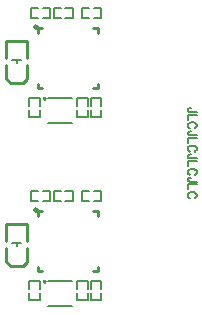
<source format=gto>
G04 Layer: TopSilkLayer*
G04 EasyEDA v6.3.53, 2020-06-11T09:01:32+08:00*
G04 0ec445aeefb94f869c071092b8584159,2a3559ba94084103b258dd4c46581d95,10*
G04 Gerber Generator version 0.2*
G04 Scale: 100 percent, Rotated: No, Reflected: No *
G04 Dimensions in inches *
G04 leading zeros omitted , absolute positions ,2 integer and 4 decimal *
%FSLAX24Y24*%
%MOIN*%
G90*
G70D02*

%ADD10C,0.010000*%
%ADD11C,0.006000*%
%ADD25C,0.007900*%
%ADD26C,0.007992*%
%ADD27C,0.005000*%

%LPD*%
G54D10*
G01X4588Y9800D02*
G01X4588Y9650D01*
G01X4588Y7949D02*
G01X4588Y7800D01*
G01X4438Y7800D01*
G01X2738Y7800D02*
G01X2588Y7800D01*
G01X2588Y7949D01*
G01X2588Y9650D02*
G01X2588Y9800D01*
G01X2588Y9800D02*
G01X2738Y9800D01*
G01X4438Y9800D02*
G01X4588Y9800D01*
G54D25*
G01X2925Y6636D02*
G01X3751Y6636D01*
G01X2925Y7463D02*
G01X3751Y7463D01*
G54D11*
G01X4258Y7223D02*
G01X4258Y7473D01*
G01X3918Y7473D01*
G01X3918Y7263D01*
G01X3918Y7223D01*
G01X3918Y7073D02*
G01X3918Y6832D01*
G01X4258Y6832D01*
G01X4258Y7042D01*
G01X4258Y7073D01*
G01X2658Y7223D02*
G01X2658Y7473D01*
G01X2318Y7473D01*
G01X2318Y7263D01*
G01X2318Y7223D01*
G01X2318Y7073D02*
G01X2318Y6832D01*
G01X2658Y6832D01*
G01X2658Y7042D01*
G01X2658Y7073D01*
G01X3511Y10130D02*
G01X3761Y10130D01*
G01X3761Y10469D01*
G01X3551Y10469D01*
G01X3511Y10469D01*
G01X3361Y10469D02*
G01X3121Y10469D01*
G01X3121Y10130D01*
G01X3331Y10130D01*
G01X3361Y10130D01*
G01X2761Y10130D02*
G01X3011Y10130D01*
G01X3011Y10469D01*
G01X2801Y10469D01*
G01X2761Y10469D01*
G01X2611Y10469D02*
G01X2371Y10469D01*
G01X2371Y10130D01*
G01X2581Y10130D01*
G01X2611Y10130D01*
G01X4708Y7223D02*
G01X4708Y7473D01*
G01X4368Y7473D01*
G01X4368Y7263D01*
G01X4368Y7223D01*
G01X4368Y7073D02*
G01X4368Y6832D01*
G01X4708Y6832D01*
G01X4708Y7042D01*
G01X4708Y7073D01*
G01X4315Y10469D02*
G01X4065Y10469D01*
G01X4065Y10130D01*
G01X4275Y10130D01*
G01X4315Y10130D01*
G01X4465Y10130D02*
G01X4705Y10130D01*
G01X4705Y10469D01*
G01X4495Y10469D01*
G01X4465Y10469D01*
G54D10*
G01X1548Y9394D02*
G01X1548Y8815D01*
G01X2228Y9394D02*
G01X2228Y8815D01*
G01X2228Y9394D02*
G01X1548Y9394D01*
G01X1548Y8584D02*
G01X1548Y8125D01*
G01X2228Y8575D02*
G01X2228Y8125D01*
G01X2228Y8125D02*
G01X2088Y7984D01*
G01X1688Y7984D01*
G01X1548Y8125D01*
G54D26*
G01X2048Y8730D02*
G01X1738Y8730D01*
G01X1891Y8730D02*
G01X1891Y8660D01*
G54D10*
G01X1548Y3294D02*
G01X1548Y2715D01*
G01X2228Y3294D02*
G01X2228Y2715D01*
G01X2228Y3294D02*
G01X1548Y3294D01*
G01X1548Y2484D02*
G01X1548Y2025D01*
G01X2228Y2475D02*
G01X2228Y2025D01*
G01X2228Y2025D02*
G01X2088Y1884D01*
G01X1688Y1884D01*
G01X1548Y2025D01*
G54D26*
G01X2048Y2630D02*
G01X1738Y2630D01*
G01X1891Y2630D02*
G01X1891Y2560D01*
G54D11*
G01X4315Y4369D02*
G01X4065Y4369D01*
G01X4065Y4030D01*
G01X4275Y4030D01*
G01X4315Y4030D01*
G01X4465Y4030D02*
G01X4705Y4030D01*
G01X4705Y4369D01*
G01X4495Y4369D01*
G01X4465Y4369D01*
G01X4708Y1123D02*
G01X4708Y1373D01*
G01X4368Y1373D01*
G01X4368Y1163D01*
G01X4368Y1123D01*
G01X4368Y973D02*
G01X4368Y732D01*
G01X4708Y732D01*
G01X4708Y942D01*
G01X4708Y973D01*
G01X2761Y4030D02*
G01X3011Y4030D01*
G01X3011Y4369D01*
G01X2801Y4369D01*
G01X2761Y4369D01*
G01X2611Y4369D02*
G01X2371Y4369D01*
G01X2371Y4030D01*
G01X2581Y4030D01*
G01X2611Y4030D01*
G01X3511Y4030D02*
G01X3761Y4030D01*
G01X3761Y4369D01*
G01X3551Y4369D01*
G01X3511Y4369D01*
G01X3361Y4369D02*
G01X3121Y4369D01*
G01X3121Y4030D01*
G01X3331Y4030D01*
G01X3361Y4030D01*
G01X2658Y1123D02*
G01X2658Y1373D01*
G01X2318Y1373D01*
G01X2318Y1163D01*
G01X2318Y1123D01*
G01X2318Y973D02*
G01X2318Y732D01*
G01X2658Y732D01*
G01X2658Y942D01*
G01X2658Y973D01*
G01X4258Y1123D02*
G01X4258Y1373D01*
G01X3918Y1373D01*
G01X3918Y1163D01*
G01X3918Y1123D01*
G01X3918Y973D02*
G01X3918Y732D01*
G01X4258Y732D01*
G01X4258Y942D01*
G01X4258Y973D01*
G54D25*
G01X2925Y536D02*
G01X3751Y536D01*
G01X2925Y1363D02*
G01X3751Y1363D01*
G54D10*
G01X4588Y3700D02*
G01X4588Y3550D01*
G01X4588Y1849D02*
G01X4588Y1700D01*
G01X4438Y1700D01*
G01X2738Y1700D02*
G01X2588Y1700D01*
G01X2588Y1849D01*
G01X2588Y3550D02*
G01X2588Y3700D01*
G01X2588Y3700D02*
G01X2738Y3700D01*
G01X4438Y3700D02*
G01X4588Y3700D01*
G54D27*
G01X7891Y7013D02*
G01X7673Y7013D01*
G01X7632Y7026D01*
G01X7618Y7040D01*
G01X7604Y7067D01*
G01X7604Y7094D01*
G01X7618Y7123D01*
G01X7632Y7136D01*
G01X7673Y7150D01*
G01X7700Y7150D01*
G01X7891Y6923D02*
G01X7604Y6923D01*
G01X7604Y6923D02*
G01X7604Y6759D01*
G01X7823Y6465D02*
G01X7850Y6478D01*
G01X7877Y6505D01*
G01X7891Y6534D01*
G01X7891Y6588D01*
G01X7877Y6615D01*
G01X7850Y6642D01*
G01X7823Y6655D01*
G01X7782Y6669D01*
G01X7713Y6669D01*
G01X7673Y6655D01*
G01X7645Y6642D01*
G01X7618Y6615D01*
G01X7604Y6588D01*
G01X7604Y6534D01*
G01X7618Y6505D01*
G01X7645Y6478D01*
G01X7673Y6465D01*
G01X7891Y6238D02*
G01X7673Y6238D01*
G01X7632Y6253D01*
G01X7618Y6265D01*
G01X7604Y6294D01*
G01X7604Y6321D01*
G01X7618Y6348D01*
G01X7632Y6361D01*
G01X7673Y6375D01*
G01X7700Y6375D01*
G01X7891Y6148D02*
G01X7604Y6148D01*
G01X7604Y6148D02*
G01X7604Y5984D01*
G01X7823Y5690D02*
G01X7850Y5705D01*
G01X7877Y5732D01*
G01X7891Y5759D01*
G01X7891Y5813D01*
G01X7877Y5840D01*
G01X7850Y5867D01*
G01X7823Y5882D01*
G01X7782Y5894D01*
G01X7713Y5894D01*
G01X7673Y5882D01*
G01X7645Y5867D01*
G01X7618Y5840D01*
G01X7604Y5813D01*
G01X7604Y5759D01*
G01X7618Y5732D01*
G01X7645Y5705D01*
G01X7673Y5690D01*
G01X7891Y5465D02*
G01X7673Y5465D01*
G01X7632Y5478D01*
G01X7618Y5492D01*
G01X7604Y5519D01*
G01X7604Y5546D01*
G01X7618Y5573D01*
G01X7632Y5586D01*
G01X7673Y5601D01*
G01X7700Y5601D01*
G01X7891Y5375D02*
G01X7604Y5375D01*
G01X7604Y5375D02*
G01X7604Y5211D01*
G01X7823Y4915D02*
G01X7850Y4930D01*
G01X7877Y4957D01*
G01X7891Y4984D01*
G01X7891Y5038D01*
G01X7877Y5065D01*
G01X7850Y5094D01*
G01X7823Y5107D01*
G01X7782Y5121D01*
G01X7713Y5121D01*
G01X7673Y5107D01*
G01X7645Y5094D01*
G01X7618Y5065D01*
G01X7604Y5038D01*
G01X7604Y4984D01*
G01X7618Y4957D01*
G01X7645Y4930D01*
G01X7673Y4915D01*
G01X7891Y4690D02*
G01X7673Y4690D01*
G01X7632Y4703D01*
G01X7618Y4717D01*
G01X7604Y4744D01*
G01X7604Y4771D01*
G01X7618Y4798D01*
G01X7632Y4813D01*
G01X7673Y4826D01*
G01X7700Y4826D01*
G01X7891Y4600D02*
G01X7604Y4600D01*
G01X7604Y4600D02*
G01X7604Y4436D01*
G01X7823Y4142D02*
G01X7850Y4155D01*
G01X7877Y4182D01*
G01X7891Y4209D01*
G01X7891Y4265D01*
G01X7877Y4292D01*
G01X7850Y4319D01*
G01X7823Y4332D01*
G01X7782Y4346D01*
G01X7713Y4346D01*
G01X7673Y4332D01*
G01X7645Y4319D01*
G01X7618Y4292D01*
G01X7604Y4265D01*
G01X7604Y4209D01*
G01X7618Y4182D01*
G01X7645Y4155D01*
G01X7673Y4142D01*
G54D10*
G75*
G01X2588Y9850D02*
G03X2588Y9850I-50J0D01*
G01*
G75*
G01X2853Y7460D02*
G03X2853Y7460I-25J0D01*
G01*
G75*
G01X2853Y1360D02*
G03X2853Y1360I-25J0D01*
G01*
G75*
G01X2588Y3750D02*
G03X2588Y3750I-50J0D01*
G01*
M00*
M02*

</source>
